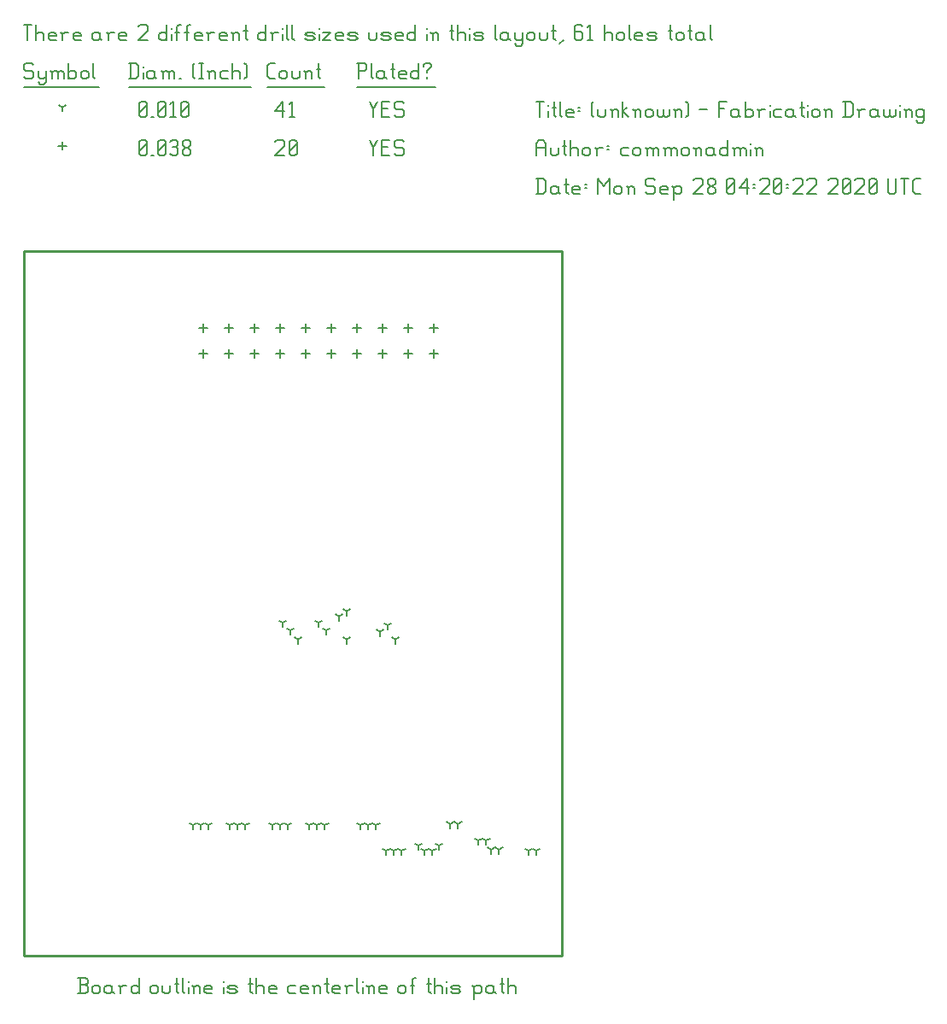
<source format=gbr>
G04 start of page 14 for group -3984 idx -3984 *
G04 Title: (unknown), fab *
G04 Creator: pcb 4.2.0 *
G04 CreationDate: Mon Sep 28 04:20:22 2020 UTC *
G04 For: commonadmin *
G04 Format: Gerber/RS-274X *
G04 PCB-Dimensions (mil): 2150.00 2800.00 *
G04 PCB-Coordinate-Origin: lower left *
%MOIN*%
%FSLAX25Y25*%
%LNFAB*%
%ADD56C,0.0100*%
%ADD55C,0.0075*%
%ADD54C,0.0060*%
%ADD53C,0.0080*%
G54D53*X160000Y251600D02*Y248400D01*
X158400Y250000D02*X161600D01*
X160000Y241600D02*Y238400D01*
X158400Y240000D02*X161600D01*
X150000Y251600D02*Y248400D01*
X148400Y250000D02*X151600D01*
X150000Y241600D02*Y238400D01*
X148400Y240000D02*X151600D01*
X140000Y251600D02*Y248400D01*
X138400Y250000D02*X141600D01*
X140000Y241600D02*Y238400D01*
X138400Y240000D02*X141600D01*
X130000Y251600D02*Y248400D01*
X128400Y250000D02*X131600D01*
X130000Y241600D02*Y238400D01*
X128400Y240000D02*X131600D01*
X120000Y251600D02*Y248400D01*
X118400Y250000D02*X121600D01*
X120000Y241600D02*Y238400D01*
X118400Y240000D02*X121600D01*
X110000Y251600D02*Y248400D01*
X108400Y250000D02*X111600D01*
X110000Y241600D02*Y238400D01*
X108400Y240000D02*X111600D01*
X100000Y251600D02*Y248400D01*
X98400Y250000D02*X101600D01*
X100000Y241600D02*Y238400D01*
X98400Y240000D02*X101600D01*
X90000Y251600D02*Y248400D01*
X88400Y250000D02*X91600D01*
X90000Y241600D02*Y238400D01*
X88400Y240000D02*X91600D01*
X80000Y251600D02*Y248400D01*
X78400Y250000D02*X81600D01*
X80000Y241600D02*Y238400D01*
X78400Y240000D02*X81600D01*
X70000Y251600D02*Y248400D01*
X68400Y250000D02*X71600D01*
X70000Y241600D02*Y238400D01*
X68400Y240000D02*X71600D01*
X15000Y322850D02*Y319650D01*
X13400Y321250D02*X16600D01*
G54D54*X135000Y323500D02*X136500Y320500D01*
X138000Y323500D01*
X136500Y320500D02*Y317500D01*
X139800Y320800D02*X142050D01*
X139800Y317500D02*X142800D01*
X139800Y323500D02*Y317500D01*
Y323500D02*X142800D01*
X147600D02*X148350Y322750D01*
X145350Y323500D02*X147600D01*
X144600Y322750D02*X145350Y323500D01*
X144600Y322750D02*Y321250D01*
X145350Y320500D01*
X147600D01*
X148350Y319750D01*
Y318250D01*
X147600Y317500D02*X148350Y318250D01*
X145350Y317500D02*X147600D01*
X144600Y318250D02*X145350Y317500D01*
X98000Y322750D02*X98750Y323500D01*
X101000D01*
X101750Y322750D01*
Y321250D01*
X98000Y317500D02*X101750Y321250D01*
X98000Y317500D02*X101750D01*
X103550Y318250D02*X104300Y317500D01*
X103550Y322750D02*Y318250D01*
Y322750D02*X104300Y323500D01*
X105800D01*
X106550Y322750D01*
Y318250D01*
X105800Y317500D02*X106550Y318250D01*
X104300Y317500D02*X105800D01*
X103550Y319000D02*X106550Y322000D01*
X45000Y318250D02*X45750Y317500D01*
X45000Y322750D02*Y318250D01*
Y322750D02*X45750Y323500D01*
X47250D01*
X48000Y322750D01*
Y318250D01*
X47250Y317500D02*X48000Y318250D01*
X45750Y317500D02*X47250D01*
X45000Y319000D02*X48000Y322000D01*
X49800Y317500D02*X50550D01*
X52350Y318250D02*X53100Y317500D01*
X52350Y322750D02*Y318250D01*
Y322750D02*X53100Y323500D01*
X54600D01*
X55350Y322750D01*
Y318250D01*
X54600Y317500D02*X55350Y318250D01*
X53100Y317500D02*X54600D01*
X52350Y319000D02*X55350Y322000D01*
X57150Y322750D02*X57900Y323500D01*
X59400D01*
X60150Y322750D01*
X59400Y317500D02*X60150Y318250D01*
X57900Y317500D02*X59400D01*
X57150Y318250D02*X57900Y317500D01*
Y320800D02*X59400D01*
X60150Y322750D02*Y321550D01*
Y320050D02*Y318250D01*
Y320050D02*X59400Y320800D01*
X60150Y321550D02*X59400Y320800D01*
X61950Y318250D02*X62700Y317500D01*
X61950Y319450D02*Y318250D01*
Y319450D02*X63000Y320500D01*
X63900D01*
X64950Y319450D01*
Y318250D01*
X64200Y317500D02*X64950Y318250D01*
X62700Y317500D02*X64200D01*
X61950Y321550D02*X63000Y320500D01*
X61950Y322750D02*Y321550D01*
Y322750D02*X62700Y323500D01*
X64200D01*
X64950Y322750D01*
Y321550D01*
X63900Y320500D02*X64950Y321550D01*
X182499Y46500D02*Y44900D01*
Y46500D02*X183886Y47300D01*
X182499Y46500D02*X181113Y47300D01*
X185500Y46500D02*Y44900D01*
Y46500D02*X186887Y47300D01*
X185500Y46500D02*X184113Y47300D01*
X177500Y50000D02*Y48400D01*
Y50000D02*X178887Y50800D01*
X177500Y50000D02*X176113Y50800D01*
X180500Y50000D02*Y48400D01*
Y50000D02*X181887Y50800D01*
X180500Y50000D02*X179113Y50800D01*
X166500Y56500D02*Y54900D01*
Y56500D02*X167887Y57300D01*
X166500Y56500D02*X165113Y57300D01*
X169500Y56500D02*Y54900D01*
Y56500D02*X170887Y57300D01*
X169500Y56500D02*X168113Y57300D01*
X154000Y48000D02*Y46400D01*
Y48000D02*X155387Y48800D01*
X154000Y48000D02*X152613Y48800D01*
X156500Y46000D02*Y44400D01*
Y46000D02*X157887Y46800D01*
X156500Y46000D02*X155113Y46800D01*
X159500Y46000D02*Y44400D01*
Y46000D02*X160887Y46800D01*
X159500Y46000D02*X158113Y46800D01*
X162000Y48000D02*Y46400D01*
Y48000D02*X163387Y48800D01*
X162000Y48000D02*X160613Y48800D01*
X197000Y46000D02*Y44400D01*
Y46000D02*X198387Y46800D01*
X197000Y46000D02*X195613Y46800D01*
X200000Y46000D02*Y44400D01*
Y46000D02*X201387Y46800D01*
X200000Y46000D02*X198613Y46800D01*
X141500Y46000D02*Y44400D01*
Y46000D02*X142887Y46800D01*
X141500Y46000D02*X140113Y46800D01*
X144500Y46000D02*Y44400D01*
Y46000D02*X145887Y46800D01*
X144500Y46000D02*X143113Y46800D01*
X147500Y46000D02*Y44400D01*
Y46000D02*X148887Y46800D01*
X147500Y46000D02*X146113Y46800D01*
X131500Y56000D02*Y54400D01*
Y56000D02*X132887Y56800D01*
X131500Y56000D02*X130113Y56800D01*
X134500Y56000D02*Y54400D01*
Y56000D02*X135887Y56800D01*
X134500Y56000D02*X133113Y56800D01*
X137500Y56000D02*Y54400D01*
Y56000D02*X138887Y56800D01*
X137500Y56000D02*X136113Y56800D01*
X72000Y56000D02*Y54400D01*
Y56000D02*X73387Y56800D01*
X72000Y56000D02*X70613Y56800D01*
X69000Y56000D02*Y54400D01*
Y56000D02*X70387Y56800D01*
X69000Y56000D02*X67613Y56800D01*
X66000Y56000D02*Y54400D01*
Y56000D02*X67387Y56800D01*
X66000Y56000D02*X64613Y56800D01*
X86500Y56000D02*Y54400D01*
Y56000D02*X87887Y56800D01*
X86500Y56000D02*X85113Y56800D01*
X83500Y56000D02*Y54400D01*
Y56000D02*X84887Y56800D01*
X83500Y56000D02*X82113Y56800D01*
X80500Y56000D02*Y54400D01*
Y56000D02*X81887Y56800D01*
X80500Y56000D02*X79113Y56800D01*
X103000Y56000D02*Y54400D01*
Y56000D02*X104387Y56800D01*
X103000Y56000D02*X101613Y56800D01*
X100000Y56000D02*Y54400D01*
Y56000D02*X101387Y56800D01*
X100000Y56000D02*X98613Y56800D01*
X97000Y56000D02*Y54400D01*
Y56000D02*X98387Y56800D01*
X97000Y56000D02*X95613Y56800D01*
X117500Y56000D02*Y54400D01*
Y56000D02*X118887Y56800D01*
X117500Y56000D02*X116113Y56800D01*
X114500Y56000D02*Y54400D01*
Y56000D02*X115887Y56800D01*
X114500Y56000D02*X113113Y56800D01*
X111500Y56000D02*Y54400D01*
Y56000D02*X112887Y56800D01*
X111500Y56000D02*X110113Y56800D01*
X126000Y139500D02*Y137900D01*
Y139500D02*X127387Y140300D01*
X126000Y139500D02*X124613Y140300D01*
X123000Y137500D02*Y135900D01*
Y137500D02*X124387Y138300D01*
X123000Y137500D02*X121613Y138300D01*
X142000Y134000D02*Y132400D01*
Y134000D02*X143387Y134800D01*
X142000Y134000D02*X140613Y134800D01*
X139000Y131500D02*Y129900D01*
Y131500D02*X140387Y132300D01*
X139000Y131500D02*X137613Y132300D01*
X126000Y128500D02*Y126900D01*
Y128500D02*X127387Y129300D01*
X126000Y128500D02*X124613Y129300D01*
X145000Y128500D02*Y126900D01*
Y128500D02*X146387Y129300D01*
X145000Y128500D02*X143613Y129300D01*
X107000Y128500D02*Y126900D01*
Y128500D02*X108387Y129300D01*
X107000Y128500D02*X105613Y129300D01*
X118000Y132000D02*Y130400D01*
Y132000D02*X119387Y132800D01*
X118000Y132000D02*X116613Y132800D01*
X104000Y132000D02*Y130400D01*
Y132000D02*X105387Y132800D01*
X104000Y132000D02*X102613Y132800D01*
X101000Y135000D02*Y133400D01*
Y135000D02*X102387Y135800D01*
X101000Y135000D02*X99613Y135800D01*
X115000Y135000D02*Y133400D01*
Y135000D02*X116387Y135800D01*
X115000Y135000D02*X113613Y135800D01*
X15000Y336250D02*Y334650D01*
Y336250D02*X16387Y337050D01*
X15000Y336250D02*X13613Y337050D01*
X135000Y338500D02*X136500Y335500D01*
X138000Y338500D01*
X136500Y335500D02*Y332500D01*
X139800Y335800D02*X142050D01*
X139800Y332500D02*X142800D01*
X139800Y338500D02*Y332500D01*
Y338500D02*X142800D01*
X147600D02*X148350Y337750D01*
X145350Y338500D02*X147600D01*
X144600Y337750D02*X145350Y338500D01*
X144600Y337750D02*Y336250D01*
X145350Y335500D01*
X147600D01*
X148350Y334750D01*
Y333250D01*
X147600Y332500D02*X148350Y333250D01*
X145350Y332500D02*X147600D01*
X144600Y333250D02*X145350Y332500D01*
X98000Y334750D02*X101000Y338500D01*
X98000Y334750D02*X101750D01*
X101000Y338500D02*Y332500D01*
X103550Y337300D02*X104750Y338500D01*
Y332500D01*
X103550D02*X105800D01*
X45000Y333250D02*X45750Y332500D01*
X45000Y337750D02*Y333250D01*
Y337750D02*X45750Y338500D01*
X47250D01*
X48000Y337750D01*
Y333250D01*
X47250Y332500D02*X48000Y333250D01*
X45750Y332500D02*X47250D01*
X45000Y334000D02*X48000Y337000D01*
X49800Y332500D02*X50550D01*
X52350Y333250D02*X53100Y332500D01*
X52350Y337750D02*Y333250D01*
Y337750D02*X53100Y338500D01*
X54600D01*
X55350Y337750D01*
Y333250D01*
X54600Y332500D02*X55350Y333250D01*
X53100Y332500D02*X54600D01*
X52350Y334000D02*X55350Y337000D01*
X57150Y337300D02*X58350Y338500D01*
Y332500D01*
X57150D02*X59400D01*
X61200Y333250D02*X61950Y332500D01*
X61200Y337750D02*Y333250D01*
Y337750D02*X61950Y338500D01*
X63450D01*
X64200Y337750D01*
Y333250D01*
X63450Y332500D02*X64200Y333250D01*
X61950Y332500D02*X63450D01*
X61200Y334000D02*X64200Y337000D01*
X3000Y353500D02*X3750Y352750D01*
X750Y353500D02*X3000D01*
X0Y352750D02*X750Y353500D01*
X0Y352750D02*Y351250D01*
X750Y350500D01*
X3000D01*
X3750Y349750D01*
Y348250D01*
X3000Y347500D02*X3750Y348250D01*
X750Y347500D02*X3000D01*
X0Y348250D02*X750Y347500D01*
X5550Y350500D02*Y348250D01*
X6300Y347500D01*
X8550Y350500D02*Y346000D01*
X7800Y345250D02*X8550Y346000D01*
X6300Y345250D02*X7800D01*
X5550Y346000D02*X6300Y345250D01*
Y347500D02*X7800D01*
X8550Y348250D01*
X11100Y349750D02*Y347500D01*
Y349750D02*X11850Y350500D01*
X12600D01*
X13350Y349750D01*
Y347500D01*
Y349750D02*X14100Y350500D01*
X14850D01*
X15600Y349750D01*
Y347500D01*
X10350Y350500D02*X11100Y349750D01*
X17400Y353500D02*Y347500D01*
Y348250D02*X18150Y347500D01*
X19650D01*
X20400Y348250D01*
Y349750D02*Y348250D01*
X19650Y350500D02*X20400Y349750D01*
X18150Y350500D02*X19650D01*
X17400Y349750D02*X18150Y350500D01*
X22200Y349750D02*Y348250D01*
Y349750D02*X22950Y350500D01*
X24450D01*
X25200Y349750D01*
Y348250D01*
X24450Y347500D02*X25200Y348250D01*
X22950Y347500D02*X24450D01*
X22200Y348250D02*X22950Y347500D01*
X27000Y353500D02*Y348250D01*
X27750Y347500D01*
X0Y344250D02*X29250D01*
X41750Y353500D02*Y347500D01*
X43700Y353500D02*X44750Y352450D01*
Y348550D01*
X43700Y347500D02*X44750Y348550D01*
X41000Y347500D02*X43700D01*
X41000Y353500D02*X43700D01*
G54D55*X46550Y352000D02*Y351850D01*
G54D54*Y349750D02*Y347500D01*
X50300Y350500D02*X51050Y349750D01*
X48800Y350500D02*X50300D01*
X48050Y349750D02*X48800Y350500D01*
X48050Y349750D02*Y348250D01*
X48800Y347500D01*
X51050Y350500D02*Y348250D01*
X51800Y347500D01*
X48800D02*X50300D01*
X51050Y348250D01*
X54350Y349750D02*Y347500D01*
Y349750D02*X55100Y350500D01*
X55850D01*
X56600Y349750D01*
Y347500D01*
Y349750D02*X57350Y350500D01*
X58100D01*
X58850Y349750D01*
Y347500D01*
X53600Y350500D02*X54350Y349750D01*
X60650Y347500D02*X61400D01*
X65900Y348250D02*X66650Y347500D01*
X65900Y352750D02*X66650Y353500D01*
X65900Y352750D02*Y348250D01*
X68450Y353500D02*X69950D01*
X69200D02*Y347500D01*
X68450D02*X69950D01*
X72500Y349750D02*Y347500D01*
Y349750D02*X73250Y350500D01*
X74000D01*
X74750Y349750D01*
Y347500D01*
X71750Y350500D02*X72500Y349750D01*
X77300Y350500D02*X79550D01*
X76550Y349750D02*X77300Y350500D01*
X76550Y349750D02*Y348250D01*
X77300Y347500D01*
X79550D01*
X81350Y353500D02*Y347500D01*
Y349750D02*X82100Y350500D01*
X83600D01*
X84350Y349750D01*
Y347500D01*
X86150Y353500D02*X86900Y352750D01*
Y348250D01*
X86150Y347500D02*X86900Y348250D01*
X41000Y344250D02*X88700D01*
X96050Y347500D02*X98000D01*
X95000Y348550D02*X96050Y347500D01*
X95000Y352450D02*Y348550D01*
Y352450D02*X96050Y353500D01*
X98000D01*
X99800Y349750D02*Y348250D01*
Y349750D02*X100550Y350500D01*
X102050D01*
X102800Y349750D01*
Y348250D01*
X102050Y347500D02*X102800Y348250D01*
X100550Y347500D02*X102050D01*
X99800Y348250D02*X100550Y347500D01*
X104600Y350500D02*Y348250D01*
X105350Y347500D01*
X106850D01*
X107600Y348250D01*
Y350500D02*Y348250D01*
X110150Y349750D02*Y347500D01*
Y349750D02*X110900Y350500D01*
X111650D01*
X112400Y349750D01*
Y347500D01*
X109400Y350500D02*X110150Y349750D01*
X114950Y353500D02*Y348250D01*
X115700Y347500D01*
X114200Y351250D02*X115700D01*
X95000Y344250D02*X117200D01*
X130750Y353500D02*Y347500D01*
X130000Y353500D02*X133000D01*
X133750Y352750D01*
Y351250D01*
X133000Y350500D02*X133750Y351250D01*
X130750Y350500D02*X133000D01*
X135550Y353500D02*Y348250D01*
X136300Y347500D01*
X140050Y350500D02*X140800Y349750D01*
X138550Y350500D02*X140050D01*
X137800Y349750D02*X138550Y350500D01*
X137800Y349750D02*Y348250D01*
X138550Y347500D01*
X140800Y350500D02*Y348250D01*
X141550Y347500D01*
X138550D02*X140050D01*
X140800Y348250D01*
X144100Y353500D02*Y348250D01*
X144850Y347500D01*
X143350Y351250D02*X144850D01*
X147100Y347500D02*X149350D01*
X146350Y348250D02*X147100Y347500D01*
X146350Y349750D02*Y348250D01*
Y349750D02*X147100Y350500D01*
X148600D01*
X149350Y349750D01*
X146350Y349000D02*X149350D01*
Y349750D02*Y349000D01*
X154150Y353500D02*Y347500D01*
X153400D02*X154150Y348250D01*
X151900Y347500D02*X153400D01*
X151150Y348250D02*X151900Y347500D01*
X151150Y349750D02*Y348250D01*
Y349750D02*X151900Y350500D01*
X153400D01*
X154150Y349750D01*
X157450Y350500D02*Y349750D01*
Y348250D02*Y347500D01*
X155950Y352750D02*Y352000D01*
Y352750D02*X156700Y353500D01*
X158200D01*
X158950Y352750D01*
Y352000D01*
X157450Y350500D02*X158950Y352000D01*
X130000Y344250D02*X160750D01*
X0Y368500D02*X3000D01*
X1500D02*Y362500D01*
X4800Y368500D02*Y362500D01*
Y364750D02*X5550Y365500D01*
X7050D01*
X7800Y364750D01*
Y362500D01*
X10350D02*X12600D01*
X9600Y363250D02*X10350Y362500D01*
X9600Y364750D02*Y363250D01*
Y364750D02*X10350Y365500D01*
X11850D01*
X12600Y364750D01*
X9600Y364000D02*X12600D01*
Y364750D02*Y364000D01*
X15150Y364750D02*Y362500D01*
Y364750D02*X15900Y365500D01*
X17400D01*
X14400D02*X15150Y364750D01*
X19950Y362500D02*X22200D01*
X19200Y363250D02*X19950Y362500D01*
X19200Y364750D02*Y363250D01*
Y364750D02*X19950Y365500D01*
X21450D01*
X22200Y364750D01*
X19200Y364000D02*X22200D01*
Y364750D02*Y364000D01*
X28950Y365500D02*X29700Y364750D01*
X27450Y365500D02*X28950D01*
X26700Y364750D02*X27450Y365500D01*
X26700Y364750D02*Y363250D01*
X27450Y362500D01*
X29700Y365500D02*Y363250D01*
X30450Y362500D01*
X27450D02*X28950D01*
X29700Y363250D01*
X33000Y364750D02*Y362500D01*
Y364750D02*X33750Y365500D01*
X35250D01*
X32250D02*X33000Y364750D01*
X37800Y362500D02*X40050D01*
X37050Y363250D02*X37800Y362500D01*
X37050Y364750D02*Y363250D01*
Y364750D02*X37800Y365500D01*
X39300D01*
X40050Y364750D01*
X37050Y364000D02*X40050D01*
Y364750D02*Y364000D01*
X44550Y367750D02*X45300Y368500D01*
X47550D01*
X48300Y367750D01*
Y366250D01*
X44550Y362500D02*X48300Y366250D01*
X44550Y362500D02*X48300D01*
X55800Y368500D02*Y362500D01*
X55050D02*X55800Y363250D01*
X53550Y362500D02*X55050D01*
X52800Y363250D02*X53550Y362500D01*
X52800Y364750D02*Y363250D01*
Y364750D02*X53550Y365500D01*
X55050D01*
X55800Y364750D01*
G54D55*X57600Y367000D02*Y366850D01*
G54D54*Y364750D02*Y362500D01*
X59850Y367750D02*Y362500D01*
Y367750D02*X60600Y368500D01*
X61350D01*
X59100Y365500D02*X60600D01*
X63600Y367750D02*Y362500D01*
Y367750D02*X64350Y368500D01*
X65100D01*
X62850Y365500D02*X64350D01*
X67350Y362500D02*X69600D01*
X66600Y363250D02*X67350Y362500D01*
X66600Y364750D02*Y363250D01*
Y364750D02*X67350Y365500D01*
X68850D01*
X69600Y364750D01*
X66600Y364000D02*X69600D01*
Y364750D02*Y364000D01*
X72150Y364750D02*Y362500D01*
Y364750D02*X72900Y365500D01*
X74400D01*
X71400D02*X72150Y364750D01*
X76950Y362500D02*X79200D01*
X76200Y363250D02*X76950Y362500D01*
X76200Y364750D02*Y363250D01*
Y364750D02*X76950Y365500D01*
X78450D01*
X79200Y364750D01*
X76200Y364000D02*X79200D01*
Y364750D02*Y364000D01*
X81750Y364750D02*Y362500D01*
Y364750D02*X82500Y365500D01*
X83250D01*
X84000Y364750D01*
Y362500D01*
X81000Y365500D02*X81750Y364750D01*
X86550Y368500D02*Y363250D01*
X87300Y362500D01*
X85800Y366250D02*X87300D01*
X94500Y368500D02*Y362500D01*
X93750D02*X94500Y363250D01*
X92250Y362500D02*X93750D01*
X91500Y363250D02*X92250Y362500D01*
X91500Y364750D02*Y363250D01*
Y364750D02*X92250Y365500D01*
X93750D01*
X94500Y364750D01*
X97050D02*Y362500D01*
Y364750D02*X97800Y365500D01*
X99300D01*
X96300D02*X97050Y364750D01*
G54D55*X101100Y367000D02*Y366850D01*
G54D54*Y364750D02*Y362500D01*
X102600Y368500D02*Y363250D01*
X103350Y362500D01*
X104850Y368500D02*Y363250D01*
X105600Y362500D01*
X110550D02*X112800D01*
X113550Y363250D01*
X112800Y364000D02*X113550Y363250D01*
X110550Y364000D02*X112800D01*
X109800Y364750D02*X110550Y364000D01*
X109800Y364750D02*X110550Y365500D01*
X112800D01*
X113550Y364750D01*
X109800Y363250D02*X110550Y362500D01*
G54D55*X115350Y367000D02*Y366850D01*
G54D54*Y364750D02*Y362500D01*
X116850Y365500D02*X119850D01*
X116850Y362500D02*X119850Y365500D01*
X116850Y362500D02*X119850D01*
X122400D02*X124650D01*
X121650Y363250D02*X122400Y362500D01*
X121650Y364750D02*Y363250D01*
Y364750D02*X122400Y365500D01*
X123900D01*
X124650Y364750D01*
X121650Y364000D02*X124650D01*
Y364750D02*Y364000D01*
X127200Y362500D02*X129450D01*
X130200Y363250D01*
X129450Y364000D02*X130200Y363250D01*
X127200Y364000D02*X129450D01*
X126450Y364750D02*X127200Y364000D01*
X126450Y364750D02*X127200Y365500D01*
X129450D01*
X130200Y364750D01*
X126450Y363250D02*X127200Y362500D01*
X134700Y365500D02*Y363250D01*
X135450Y362500D01*
X136950D01*
X137700Y363250D01*
Y365500D02*Y363250D01*
X140250Y362500D02*X142500D01*
X143250Y363250D01*
X142500Y364000D02*X143250Y363250D01*
X140250Y364000D02*X142500D01*
X139500Y364750D02*X140250Y364000D01*
X139500Y364750D02*X140250Y365500D01*
X142500D01*
X143250Y364750D01*
X139500Y363250D02*X140250Y362500D01*
X145800D02*X148050D01*
X145050Y363250D02*X145800Y362500D01*
X145050Y364750D02*Y363250D01*
Y364750D02*X145800Y365500D01*
X147300D01*
X148050Y364750D01*
X145050Y364000D02*X148050D01*
Y364750D02*Y364000D01*
X152850Y368500D02*Y362500D01*
X152100D02*X152850Y363250D01*
X150600Y362500D02*X152100D01*
X149850Y363250D02*X150600Y362500D01*
X149850Y364750D02*Y363250D01*
Y364750D02*X150600Y365500D01*
X152100D01*
X152850Y364750D01*
G54D55*X157350Y367000D02*Y366850D01*
G54D54*Y364750D02*Y362500D01*
X159600Y364750D02*Y362500D01*
Y364750D02*X160350Y365500D01*
X161100D01*
X161850Y364750D01*
Y362500D01*
X158850Y365500D02*X159600Y364750D01*
X167100Y368500D02*Y363250D01*
X167850Y362500D01*
X166350Y366250D02*X167850D01*
X169350Y368500D02*Y362500D01*
Y364750D02*X170100Y365500D01*
X171600D01*
X172350Y364750D01*
Y362500D01*
G54D55*X174150Y367000D02*Y366850D01*
G54D54*Y364750D02*Y362500D01*
X176400D02*X178650D01*
X179400Y363250D01*
X178650Y364000D02*X179400Y363250D01*
X176400Y364000D02*X178650D01*
X175650Y364750D02*X176400Y364000D01*
X175650Y364750D02*X176400Y365500D01*
X178650D01*
X179400Y364750D01*
X175650Y363250D02*X176400Y362500D01*
X183900Y368500D02*Y363250D01*
X184650Y362500D01*
X188400Y365500D02*X189150Y364750D01*
X186900Y365500D02*X188400D01*
X186150Y364750D02*X186900Y365500D01*
X186150Y364750D02*Y363250D01*
X186900Y362500D01*
X189150Y365500D02*Y363250D01*
X189900Y362500D01*
X186900D02*X188400D01*
X189150Y363250D01*
X191700Y365500D02*Y363250D01*
X192450Y362500D01*
X194700Y365500D02*Y361000D01*
X193950Y360250D02*X194700Y361000D01*
X192450Y360250D02*X193950D01*
X191700Y361000D02*X192450Y360250D01*
Y362500D02*X193950D01*
X194700Y363250D01*
X196500Y364750D02*Y363250D01*
Y364750D02*X197250Y365500D01*
X198750D01*
X199500Y364750D01*
Y363250D01*
X198750Y362500D02*X199500Y363250D01*
X197250Y362500D02*X198750D01*
X196500Y363250D02*X197250Y362500D01*
X201300Y365500D02*Y363250D01*
X202050Y362500D01*
X203550D01*
X204300Y363250D01*
Y365500D02*Y363250D01*
X206850Y368500D02*Y363250D01*
X207600Y362500D01*
X206100Y366250D02*X207600D01*
X209100Y361000D02*X210600Y362500D01*
X217350Y368500D02*X218100Y367750D01*
X215850Y368500D02*X217350D01*
X215100Y367750D02*X215850Y368500D01*
X215100Y367750D02*Y363250D01*
X215850Y362500D01*
X217350Y365800D02*X218100Y365050D01*
X215100Y365800D02*X217350D01*
X215850Y362500D02*X217350D01*
X218100Y363250D01*
Y365050D02*Y363250D01*
X219900Y367300D02*X221100Y368500D01*
Y362500D01*
X219900D02*X222150D01*
X226650Y368500D02*Y362500D01*
Y364750D02*X227400Y365500D01*
X228900D01*
X229650Y364750D01*
Y362500D01*
X231450Y364750D02*Y363250D01*
Y364750D02*X232200Y365500D01*
X233700D01*
X234450Y364750D01*
Y363250D01*
X233700Y362500D02*X234450Y363250D01*
X232200Y362500D02*X233700D01*
X231450Y363250D02*X232200Y362500D01*
X236250Y368500D02*Y363250D01*
X237000Y362500D01*
X239250D02*X241500D01*
X238500Y363250D02*X239250Y362500D01*
X238500Y364750D02*Y363250D01*
Y364750D02*X239250Y365500D01*
X240750D01*
X241500Y364750D01*
X238500Y364000D02*X241500D01*
Y364750D02*Y364000D01*
X244050Y362500D02*X246300D01*
X247050Y363250D01*
X246300Y364000D02*X247050Y363250D01*
X244050Y364000D02*X246300D01*
X243300Y364750D02*X244050Y364000D01*
X243300Y364750D02*X244050Y365500D01*
X246300D01*
X247050Y364750D01*
X243300Y363250D02*X244050Y362500D01*
X252300Y368500D02*Y363250D01*
X253050Y362500D01*
X251550Y366250D02*X253050D01*
X254550Y364750D02*Y363250D01*
Y364750D02*X255300Y365500D01*
X256800D01*
X257550Y364750D01*
Y363250D01*
X256800Y362500D02*X257550Y363250D01*
X255300Y362500D02*X256800D01*
X254550Y363250D02*X255300Y362500D01*
X260100Y368500D02*Y363250D01*
X260850Y362500D01*
X259350Y366250D02*X260850D01*
X264600Y365500D02*X265350Y364750D01*
X263100Y365500D02*X264600D01*
X262350Y364750D02*X263100Y365500D01*
X262350Y364750D02*Y363250D01*
X263100Y362500D01*
X265350Y365500D02*Y363250D01*
X266100Y362500D01*
X263100D02*X264600D01*
X265350Y363250D01*
X267900Y368500D02*Y363250D01*
X268650Y362500D01*
G54D56*X0Y280000D02*X210000D01*
Y5000D01*
X0D01*
Y280000D02*Y5000D01*
G54D54*X21175Y-9500D02*X24175D01*
X24925Y-8750D01*
Y-6950D02*Y-8750D01*
X24175Y-6200D02*X24925Y-6950D01*
X21925Y-6200D02*X24175D01*
X21925Y-3500D02*Y-9500D01*
X21175Y-3500D02*X24175D01*
X24925Y-4250D01*
Y-5450D01*
X24175Y-6200D02*X24925Y-5450D01*
X26725Y-7250D02*Y-8750D01*
Y-7250D02*X27475Y-6500D01*
X28975D01*
X29725Y-7250D01*
Y-8750D01*
X28975Y-9500D02*X29725Y-8750D01*
X27475Y-9500D02*X28975D01*
X26725Y-8750D02*X27475Y-9500D01*
X33775Y-6500D02*X34525Y-7250D01*
X32275Y-6500D02*X33775D01*
X31525Y-7250D02*X32275Y-6500D01*
X31525Y-7250D02*Y-8750D01*
X32275Y-9500D01*
X34525Y-6500D02*Y-8750D01*
X35275Y-9500D01*
X32275D02*X33775D01*
X34525Y-8750D01*
X37825Y-7250D02*Y-9500D01*
Y-7250D02*X38575Y-6500D01*
X40075D01*
X37075D02*X37825Y-7250D01*
X44875Y-3500D02*Y-9500D01*
X44125D02*X44875Y-8750D01*
X42625Y-9500D02*X44125D01*
X41875Y-8750D02*X42625Y-9500D01*
X41875Y-7250D02*Y-8750D01*
Y-7250D02*X42625Y-6500D01*
X44125D01*
X44875Y-7250D01*
X49375D02*Y-8750D01*
Y-7250D02*X50125Y-6500D01*
X51625D01*
X52375Y-7250D01*
Y-8750D01*
X51625Y-9500D02*X52375Y-8750D01*
X50125Y-9500D02*X51625D01*
X49375Y-8750D02*X50125Y-9500D01*
X54175Y-6500D02*Y-8750D01*
X54925Y-9500D01*
X56425D01*
X57175Y-8750D01*
Y-6500D02*Y-8750D01*
X59725Y-3500D02*Y-8750D01*
X60475Y-9500D01*
X58975Y-5750D02*X60475D01*
X61975Y-3500D02*Y-8750D01*
X62725Y-9500D01*
G54D55*X64225Y-5000D02*Y-5150D01*
G54D54*Y-7250D02*Y-9500D01*
X66475Y-7250D02*Y-9500D01*
Y-7250D02*X67225Y-6500D01*
X67975D01*
X68725Y-7250D01*
Y-9500D01*
X65725Y-6500D02*X66475Y-7250D01*
X71275Y-9500D02*X73525D01*
X70525Y-8750D02*X71275Y-9500D01*
X70525Y-7250D02*Y-8750D01*
Y-7250D02*X71275Y-6500D01*
X72775D01*
X73525Y-7250D01*
X70525Y-8000D02*X73525D01*
Y-7250D02*Y-8000D01*
G54D55*X78025Y-5000D02*Y-5150D01*
G54D54*Y-7250D02*Y-9500D01*
X80275D02*X82525D01*
X83275Y-8750D01*
X82525Y-8000D02*X83275Y-8750D01*
X80275Y-8000D02*X82525D01*
X79525Y-7250D02*X80275Y-8000D01*
X79525Y-7250D02*X80275Y-6500D01*
X82525D01*
X83275Y-7250D01*
X79525Y-8750D02*X80275Y-9500D01*
X88525Y-3500D02*Y-8750D01*
X89275Y-9500D01*
X87775Y-5750D02*X89275D01*
X90775Y-3500D02*Y-9500D01*
Y-7250D02*X91525Y-6500D01*
X93025D01*
X93775Y-7250D01*
Y-9500D01*
X96325D02*X98575D01*
X95575Y-8750D02*X96325Y-9500D01*
X95575Y-7250D02*Y-8750D01*
Y-7250D02*X96325Y-6500D01*
X97825D01*
X98575Y-7250D01*
X95575Y-8000D02*X98575D01*
Y-7250D02*Y-8000D01*
X103825Y-6500D02*X106075D01*
X103075Y-7250D02*X103825Y-6500D01*
X103075Y-7250D02*Y-8750D01*
X103825Y-9500D01*
X106075D01*
X108625D02*X110875D01*
X107875Y-8750D02*X108625Y-9500D01*
X107875Y-7250D02*Y-8750D01*
Y-7250D02*X108625Y-6500D01*
X110125D01*
X110875Y-7250D01*
X107875Y-8000D02*X110875D01*
Y-7250D02*Y-8000D01*
X113425Y-7250D02*Y-9500D01*
Y-7250D02*X114175Y-6500D01*
X114925D01*
X115675Y-7250D01*
Y-9500D01*
X112675Y-6500D02*X113425Y-7250D01*
X118225Y-3500D02*Y-8750D01*
X118975Y-9500D01*
X117475Y-5750D02*X118975D01*
X121225Y-9500D02*X123475D01*
X120475Y-8750D02*X121225Y-9500D01*
X120475Y-7250D02*Y-8750D01*
Y-7250D02*X121225Y-6500D01*
X122725D01*
X123475Y-7250D01*
X120475Y-8000D02*X123475D01*
Y-7250D02*Y-8000D01*
X126025Y-7250D02*Y-9500D01*
Y-7250D02*X126775Y-6500D01*
X128275D01*
X125275D02*X126025Y-7250D01*
X130075Y-3500D02*Y-8750D01*
X130825Y-9500D01*
G54D55*X132325Y-5000D02*Y-5150D01*
G54D54*Y-7250D02*Y-9500D01*
X134575Y-7250D02*Y-9500D01*
Y-7250D02*X135325Y-6500D01*
X136075D01*
X136825Y-7250D01*
Y-9500D01*
X133825Y-6500D02*X134575Y-7250D01*
X139375Y-9500D02*X141625D01*
X138625Y-8750D02*X139375Y-9500D01*
X138625Y-7250D02*Y-8750D01*
Y-7250D02*X139375Y-6500D01*
X140875D01*
X141625Y-7250D01*
X138625Y-8000D02*X141625D01*
Y-7250D02*Y-8000D01*
X146125Y-7250D02*Y-8750D01*
Y-7250D02*X146875Y-6500D01*
X148375D01*
X149125Y-7250D01*
Y-8750D01*
X148375Y-9500D02*X149125Y-8750D01*
X146875Y-9500D02*X148375D01*
X146125Y-8750D02*X146875Y-9500D01*
X151675Y-4250D02*Y-9500D01*
Y-4250D02*X152425Y-3500D01*
X153175D01*
X150925Y-6500D02*X152425D01*
X158125Y-3500D02*Y-8750D01*
X158875Y-9500D01*
X157375Y-5750D02*X158875D01*
X160375Y-3500D02*Y-9500D01*
Y-7250D02*X161125Y-6500D01*
X162625D01*
X163375Y-7250D01*
Y-9500D01*
G54D55*X165175Y-5000D02*Y-5150D01*
G54D54*Y-7250D02*Y-9500D01*
X167425D02*X169675D01*
X170425Y-8750D01*
X169675Y-8000D02*X170425Y-8750D01*
X167425Y-8000D02*X169675D01*
X166675Y-7250D02*X167425Y-8000D01*
X166675Y-7250D02*X167425Y-6500D01*
X169675D01*
X170425Y-7250D01*
X166675Y-8750D02*X167425Y-9500D01*
X175675Y-7250D02*Y-11750D01*
X174925Y-6500D02*X175675Y-7250D01*
X176425Y-6500D01*
X177925D01*
X178675Y-7250D01*
Y-8750D01*
X177925Y-9500D02*X178675Y-8750D01*
X176425Y-9500D02*X177925D01*
X175675Y-8750D02*X176425Y-9500D01*
X182725Y-6500D02*X183475Y-7250D01*
X181225Y-6500D02*X182725D01*
X180475Y-7250D02*X181225Y-6500D01*
X180475Y-7250D02*Y-8750D01*
X181225Y-9500D01*
X183475Y-6500D02*Y-8750D01*
X184225Y-9500D01*
X181225D02*X182725D01*
X183475Y-8750D01*
X186775Y-3500D02*Y-8750D01*
X187525Y-9500D01*
X186025Y-5750D02*X187525D01*
X189025Y-3500D02*Y-9500D01*
Y-7250D02*X189775Y-6500D01*
X191275D01*
X192025Y-7250D01*
Y-9500D01*
X200750Y308500D02*Y302500D01*
X202700Y308500D02*X203750Y307450D01*
Y303550D01*
X202700Y302500D02*X203750Y303550D01*
X200000Y302500D02*X202700D01*
X200000Y308500D02*X202700D01*
X207800Y305500D02*X208550Y304750D01*
X206300Y305500D02*X207800D01*
X205550Y304750D02*X206300Y305500D01*
X205550Y304750D02*Y303250D01*
X206300Y302500D01*
X208550Y305500D02*Y303250D01*
X209300Y302500D01*
X206300D02*X207800D01*
X208550Y303250D01*
X211850Y308500D02*Y303250D01*
X212600Y302500D01*
X211100Y306250D02*X212600D01*
X214850Y302500D02*X217100D01*
X214100Y303250D02*X214850Y302500D01*
X214100Y304750D02*Y303250D01*
Y304750D02*X214850Y305500D01*
X216350D01*
X217100Y304750D01*
X214100Y304000D02*X217100D01*
Y304750D02*Y304000D01*
X218900Y306250D02*X219650D01*
X218900Y304750D02*X219650D01*
X224150Y308500D02*Y302500D01*
Y308500D02*X226400Y305500D01*
X228650Y308500D01*
Y302500D01*
X230450Y304750D02*Y303250D01*
Y304750D02*X231200Y305500D01*
X232700D01*
X233450Y304750D01*
Y303250D01*
X232700Y302500D02*X233450Y303250D01*
X231200Y302500D02*X232700D01*
X230450Y303250D02*X231200Y302500D01*
X236000Y304750D02*Y302500D01*
Y304750D02*X236750Y305500D01*
X237500D01*
X238250Y304750D01*
Y302500D01*
X235250Y305500D02*X236000Y304750D01*
X245750Y308500D02*X246500Y307750D01*
X243500Y308500D02*X245750D01*
X242750Y307750D02*X243500Y308500D01*
X242750Y307750D02*Y306250D01*
X243500Y305500D01*
X245750D01*
X246500Y304750D01*
Y303250D01*
X245750Y302500D02*X246500Y303250D01*
X243500Y302500D02*X245750D01*
X242750Y303250D02*X243500Y302500D01*
X249050D02*X251300D01*
X248300Y303250D02*X249050Y302500D01*
X248300Y304750D02*Y303250D01*
Y304750D02*X249050Y305500D01*
X250550D01*
X251300Y304750D01*
X248300Y304000D02*X251300D01*
Y304750D02*Y304000D01*
X253850Y304750D02*Y300250D01*
X253100Y305500D02*X253850Y304750D01*
X254600Y305500D01*
X256100D01*
X256850Y304750D01*
Y303250D01*
X256100Y302500D02*X256850Y303250D01*
X254600Y302500D02*X256100D01*
X253850Y303250D02*X254600Y302500D01*
X261350Y307750D02*X262100Y308500D01*
X264350D01*
X265100Y307750D01*
Y306250D01*
X261350Y302500D02*X265100Y306250D01*
X261350Y302500D02*X265100D01*
X266900Y303250D02*X267650Y302500D01*
X266900Y304450D02*Y303250D01*
Y304450D02*X267950Y305500D01*
X268850D01*
X269900Y304450D01*
Y303250D01*
X269150Y302500D02*X269900Y303250D01*
X267650Y302500D02*X269150D01*
X266900Y306550D02*X267950Y305500D01*
X266900Y307750D02*Y306550D01*
Y307750D02*X267650Y308500D01*
X269150D01*
X269900Y307750D01*
Y306550D01*
X268850Y305500D02*X269900Y306550D01*
X274400Y303250D02*X275150Y302500D01*
X274400Y307750D02*Y303250D01*
Y307750D02*X275150Y308500D01*
X276650D01*
X277400Y307750D01*
Y303250D01*
X276650Y302500D02*X277400Y303250D01*
X275150Y302500D02*X276650D01*
X274400Y304000D02*X277400Y307000D01*
X279200Y304750D02*X282200Y308500D01*
X279200Y304750D02*X282950D01*
X282200Y308500D02*Y302500D01*
X284750Y306250D02*X285500D01*
X284750Y304750D02*X285500D01*
X287300Y307750D02*X288050Y308500D01*
X290300D01*
X291050Y307750D01*
Y306250D01*
X287300Y302500D02*X291050Y306250D01*
X287300Y302500D02*X291050D01*
X292850Y303250D02*X293600Y302500D01*
X292850Y307750D02*Y303250D01*
Y307750D02*X293600Y308500D01*
X295100D01*
X295850Y307750D01*
Y303250D01*
X295100Y302500D02*X295850Y303250D01*
X293600Y302500D02*X295100D01*
X292850Y304000D02*X295850Y307000D01*
X297650Y306250D02*X298400D01*
X297650Y304750D02*X298400D01*
X300200Y307750D02*X300950Y308500D01*
X303200D01*
X303950Y307750D01*
Y306250D01*
X300200Y302500D02*X303950Y306250D01*
X300200Y302500D02*X303950D01*
X305750Y307750D02*X306500Y308500D01*
X308750D01*
X309500Y307750D01*
Y306250D01*
X305750Y302500D02*X309500Y306250D01*
X305750Y302500D02*X309500D01*
X314000Y307750D02*X314750Y308500D01*
X317000D01*
X317750Y307750D01*
Y306250D01*
X314000Y302500D02*X317750Y306250D01*
X314000Y302500D02*X317750D01*
X319550Y303250D02*X320300Y302500D01*
X319550Y307750D02*Y303250D01*
Y307750D02*X320300Y308500D01*
X321800D01*
X322550Y307750D01*
Y303250D01*
X321800Y302500D02*X322550Y303250D01*
X320300Y302500D02*X321800D01*
X319550Y304000D02*X322550Y307000D01*
X324350Y307750D02*X325100Y308500D01*
X327350D01*
X328100Y307750D01*
Y306250D01*
X324350Y302500D02*X328100Y306250D01*
X324350Y302500D02*X328100D01*
X329900Y303250D02*X330650Y302500D01*
X329900Y307750D02*Y303250D01*
Y307750D02*X330650Y308500D01*
X332150D01*
X332900Y307750D01*
Y303250D01*
X332150Y302500D02*X332900Y303250D01*
X330650Y302500D02*X332150D01*
X329900Y304000D02*X332900Y307000D01*
X337400Y308500D02*Y303250D01*
X338150Y302500D01*
X339650D01*
X340400Y303250D01*
Y308500D02*Y303250D01*
X342200Y308500D02*X345200D01*
X343700D02*Y302500D01*
X348050D02*X350000D01*
X347000Y303550D02*X348050Y302500D01*
X347000Y307450D02*Y303550D01*
Y307450D02*X348050Y308500D01*
X350000D01*
X200000Y322000D02*Y317500D01*
Y322000D02*X201050Y323500D01*
X202700D01*
X203750Y322000D01*
Y317500D01*
X200000Y320500D02*X203750D01*
X205550D02*Y318250D01*
X206300Y317500D01*
X207800D01*
X208550Y318250D01*
Y320500D02*Y318250D01*
X211100Y323500D02*Y318250D01*
X211850Y317500D01*
X210350Y321250D02*X211850D01*
X213350Y323500D02*Y317500D01*
Y319750D02*X214100Y320500D01*
X215600D01*
X216350Y319750D01*
Y317500D01*
X218150Y319750D02*Y318250D01*
Y319750D02*X218900Y320500D01*
X220400D01*
X221150Y319750D01*
Y318250D01*
X220400Y317500D02*X221150Y318250D01*
X218900Y317500D02*X220400D01*
X218150Y318250D02*X218900Y317500D01*
X223700Y319750D02*Y317500D01*
Y319750D02*X224450Y320500D01*
X225950D01*
X222950D02*X223700Y319750D01*
X227750Y321250D02*X228500D01*
X227750Y319750D02*X228500D01*
X233750Y320500D02*X236000D01*
X233000Y319750D02*X233750Y320500D01*
X233000Y319750D02*Y318250D01*
X233750Y317500D01*
X236000D01*
X237800Y319750D02*Y318250D01*
Y319750D02*X238550Y320500D01*
X240050D01*
X240800Y319750D01*
Y318250D01*
X240050Y317500D02*X240800Y318250D01*
X238550Y317500D02*X240050D01*
X237800Y318250D02*X238550Y317500D01*
X243350Y319750D02*Y317500D01*
Y319750D02*X244100Y320500D01*
X244850D01*
X245600Y319750D01*
Y317500D01*
Y319750D02*X246350Y320500D01*
X247100D01*
X247850Y319750D01*
Y317500D01*
X242600Y320500D02*X243350Y319750D01*
X250400D02*Y317500D01*
Y319750D02*X251150Y320500D01*
X251900D01*
X252650Y319750D01*
Y317500D01*
Y319750D02*X253400Y320500D01*
X254150D01*
X254900Y319750D01*
Y317500D01*
X249650Y320500D02*X250400Y319750D01*
X256700D02*Y318250D01*
Y319750D02*X257450Y320500D01*
X258950D01*
X259700Y319750D01*
Y318250D01*
X258950Y317500D02*X259700Y318250D01*
X257450Y317500D02*X258950D01*
X256700Y318250D02*X257450Y317500D01*
X262250Y319750D02*Y317500D01*
Y319750D02*X263000Y320500D01*
X263750D01*
X264500Y319750D01*
Y317500D01*
X261500Y320500D02*X262250Y319750D01*
X268550Y320500D02*X269300Y319750D01*
X267050Y320500D02*X268550D01*
X266300Y319750D02*X267050Y320500D01*
X266300Y319750D02*Y318250D01*
X267050Y317500D01*
X269300Y320500D02*Y318250D01*
X270050Y317500D01*
X267050D02*X268550D01*
X269300Y318250D01*
X274850Y323500D02*Y317500D01*
X274100D02*X274850Y318250D01*
X272600Y317500D02*X274100D01*
X271850Y318250D02*X272600Y317500D01*
X271850Y319750D02*Y318250D01*
Y319750D02*X272600Y320500D01*
X274100D01*
X274850Y319750D01*
X277400D02*Y317500D01*
Y319750D02*X278150Y320500D01*
X278900D01*
X279650Y319750D01*
Y317500D01*
Y319750D02*X280400Y320500D01*
X281150D01*
X281900Y319750D01*
Y317500D01*
X276650Y320500D02*X277400Y319750D01*
G54D55*X283700Y322000D02*Y321850D01*
G54D54*Y319750D02*Y317500D01*
X285950Y319750D02*Y317500D01*
Y319750D02*X286700Y320500D01*
X287450D01*
X288200Y319750D01*
Y317500D01*
X285200Y320500D02*X285950Y319750D01*
X200000Y338500D02*X203000D01*
X201500D02*Y332500D01*
G54D55*X204800Y337000D02*Y336850D01*
G54D54*Y334750D02*Y332500D01*
X207050Y338500D02*Y333250D01*
X207800Y332500D01*
X206300Y336250D02*X207800D01*
X209300Y338500D02*Y333250D01*
X210050Y332500D01*
X212300D02*X214550D01*
X211550Y333250D02*X212300Y332500D01*
X211550Y334750D02*Y333250D01*
Y334750D02*X212300Y335500D01*
X213800D01*
X214550Y334750D01*
X211550Y334000D02*X214550D01*
Y334750D02*Y334000D01*
X216350Y336250D02*X217100D01*
X216350Y334750D02*X217100D01*
X221600Y333250D02*X222350Y332500D01*
X221600Y337750D02*X222350Y338500D01*
X221600Y337750D02*Y333250D01*
X224150Y335500D02*Y333250D01*
X224900Y332500D01*
X226400D01*
X227150Y333250D01*
Y335500D02*Y333250D01*
X229700Y334750D02*Y332500D01*
Y334750D02*X230450Y335500D01*
X231200D01*
X231950Y334750D01*
Y332500D01*
X228950Y335500D02*X229700Y334750D01*
X233750Y338500D02*Y332500D01*
Y334750D02*X236000Y332500D01*
X233750Y334750D02*X235250Y336250D01*
X238550Y334750D02*Y332500D01*
Y334750D02*X239300Y335500D01*
X240050D01*
X240800Y334750D01*
Y332500D01*
X237800Y335500D02*X238550Y334750D01*
X242600D02*Y333250D01*
Y334750D02*X243350Y335500D01*
X244850D01*
X245600Y334750D01*
Y333250D01*
X244850Y332500D02*X245600Y333250D01*
X243350Y332500D02*X244850D01*
X242600Y333250D02*X243350Y332500D01*
X247400Y335500D02*Y333250D01*
X248150Y332500D01*
X248900D01*
X249650Y333250D01*
Y335500D02*Y333250D01*
X250400Y332500D01*
X251150D01*
X251900Y333250D01*
Y335500D02*Y333250D01*
X254450Y334750D02*Y332500D01*
Y334750D02*X255200Y335500D01*
X255950D01*
X256700Y334750D01*
Y332500D01*
X253700Y335500D02*X254450Y334750D01*
X258500Y338500D02*X259250Y337750D01*
Y333250D01*
X258500Y332500D02*X259250Y333250D01*
X263750Y335500D02*X266750D01*
X271250Y338500D02*Y332500D01*
Y338500D02*X274250D01*
X271250Y335800D02*X273500D01*
X278300Y335500D02*X279050Y334750D01*
X276800Y335500D02*X278300D01*
X276050Y334750D02*X276800Y335500D01*
X276050Y334750D02*Y333250D01*
X276800Y332500D01*
X279050Y335500D02*Y333250D01*
X279800Y332500D01*
X276800D02*X278300D01*
X279050Y333250D01*
X281600Y338500D02*Y332500D01*
Y333250D02*X282350Y332500D01*
X283850D01*
X284600Y333250D01*
Y334750D02*Y333250D01*
X283850Y335500D02*X284600Y334750D01*
X282350Y335500D02*X283850D01*
X281600Y334750D02*X282350Y335500D01*
X287150Y334750D02*Y332500D01*
Y334750D02*X287900Y335500D01*
X289400D01*
X286400D02*X287150Y334750D01*
G54D55*X291200Y337000D02*Y336850D01*
G54D54*Y334750D02*Y332500D01*
X293450Y335500D02*X295700D01*
X292700Y334750D02*X293450Y335500D01*
X292700Y334750D02*Y333250D01*
X293450Y332500D01*
X295700D01*
X299750Y335500D02*X300500Y334750D01*
X298250Y335500D02*X299750D01*
X297500Y334750D02*X298250Y335500D01*
X297500Y334750D02*Y333250D01*
X298250Y332500D01*
X300500Y335500D02*Y333250D01*
X301250Y332500D01*
X298250D02*X299750D01*
X300500Y333250D01*
X303800Y338500D02*Y333250D01*
X304550Y332500D01*
X303050Y336250D02*X304550D01*
G54D55*X306050Y337000D02*Y336850D01*
G54D54*Y334750D02*Y332500D01*
X307550Y334750D02*Y333250D01*
Y334750D02*X308300Y335500D01*
X309800D01*
X310550Y334750D01*
Y333250D01*
X309800Y332500D02*X310550Y333250D01*
X308300Y332500D02*X309800D01*
X307550Y333250D02*X308300Y332500D01*
X313100Y334750D02*Y332500D01*
Y334750D02*X313850Y335500D01*
X314600D01*
X315350Y334750D01*
Y332500D01*
X312350Y335500D02*X313100Y334750D01*
X320600Y338500D02*Y332500D01*
X322550Y338500D02*X323600Y337450D01*
Y333550D01*
X322550Y332500D02*X323600Y333550D01*
X319850Y332500D02*X322550D01*
X319850Y338500D02*X322550D01*
X326150Y334750D02*Y332500D01*
Y334750D02*X326900Y335500D01*
X328400D01*
X325400D02*X326150Y334750D01*
X332450Y335500D02*X333200Y334750D01*
X330950Y335500D02*X332450D01*
X330200Y334750D02*X330950Y335500D01*
X330200Y334750D02*Y333250D01*
X330950Y332500D01*
X333200Y335500D02*Y333250D01*
X333950Y332500D01*
X330950D02*X332450D01*
X333200Y333250D01*
X335750Y335500D02*Y333250D01*
X336500Y332500D01*
X337250D01*
X338000Y333250D01*
Y335500D02*Y333250D01*
X338750Y332500D01*
X339500D01*
X340250Y333250D01*
Y335500D02*Y333250D01*
G54D55*X342050Y337000D02*Y336850D01*
G54D54*Y334750D02*Y332500D01*
X344300Y334750D02*Y332500D01*
Y334750D02*X345050Y335500D01*
X345800D01*
X346550Y334750D01*
Y332500D01*
X343550Y335500D02*X344300Y334750D01*
X350600Y335500D02*X351350Y334750D01*
X349100Y335500D02*X350600D01*
X348350Y334750D02*X349100Y335500D01*
X348350Y334750D02*Y333250D01*
X349100Y332500D01*
X350600D01*
X351350Y333250D01*
X348350Y331000D02*X349100Y330250D01*
X350600D01*
X351350Y331000D01*
Y335500D02*Y331000D01*
M02*

</source>
